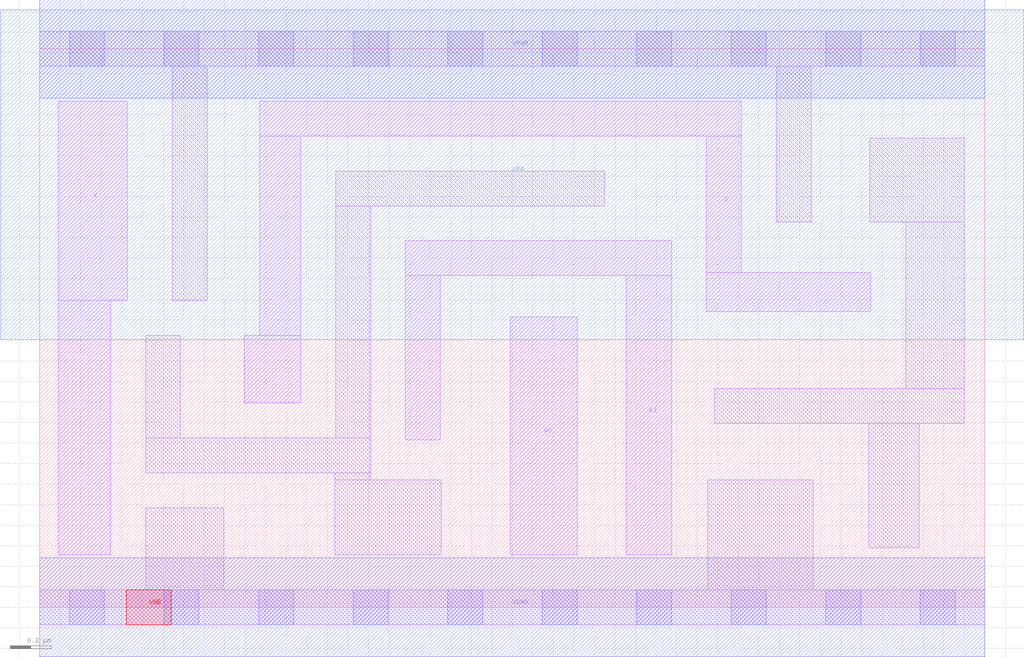
<source format=lef>
# Copyright 2020 The SkyWater PDK Authors
#
# Licensed under the Apache License, Version 2.0 (the "License");
# you may not use this file except in compliance with the License.
# You may obtain a copy of the License at
#
#     https://www.apache.org/licenses/LICENSE-2.0
#
# Unless required by applicable law or agreed to in writing, software
# distributed under the License is distributed on an "AS IS" BASIS,
# WITHOUT WARRANTIES OR CONDITIONS OF ANY KIND, either express or implied.
# See the License for the specific language governing permissions and
# limitations under the License.
#
# SPDX-License-Identifier: Apache-2.0

VERSION 5.7 ;
  NOWIREEXTENSIONATPIN ON ;
  DIVIDERCHAR "/" ;
  BUSBITCHARS "[]" ;
PROPERTYDEFINITIONS
  MACRO maskLayoutSubType STRING ;
  MACRO prCellType STRING ;
  MACRO originalViewName STRING ;
END PROPERTYDEFINITIONS
MACRO sky130_fd_sc_hdll__mux2_1
  CLASS CORE ;
  FOREIGN sky130_fd_sc_hdll__mux2_1 ;
  ORIGIN  0.000000  0.000000 ;
  SIZE  4.600000 BY  2.720000 ;
  SYMMETRY X Y R90 ;
  SITE unithd ;
  PIN A0
    ANTENNAGATEAREA  0.138600 ;
    DIRECTION INPUT ;
    USE SIGNAL ;
    PORT
      LAYER li1 ;
        RECT 2.290000 0.255000 2.615000 1.415000 ;
    END
  END A0
  PIN A1
    ANTENNAGATEAREA  0.138600 ;
    DIRECTION INPUT ;
    USE SIGNAL ;
    PORT
      LAYER li1 ;
        RECT 1.780000 0.815000 1.950000 1.615000 ;
        RECT 1.780000 1.615000 3.075000 1.785000 ;
        RECT 2.855000 0.255000 3.075000 1.615000 ;
    END
  END A1
  PIN S
    ANTENNAGATEAREA  0.277200 ;
    DIRECTION INPUT ;
    USE SIGNAL ;
    PORT
      LAYER li1 ;
        RECT 0.995000 0.995000 1.270000 1.325000 ;
        RECT 1.070000 1.325000 1.270000 2.295000 ;
        RECT 1.070000 2.295000 3.415000 2.465000 ;
        RECT 3.245000 1.440000 4.045000 1.630000 ;
        RECT 3.245000 1.630000 3.415000 2.295000 ;
    END
  END S
  PIN VNB
    PORT
      LAYER pwell ;
        RECT 0.420000 -0.085000 0.640000 0.085000 ;
    END
  END VNB
  PIN VPB
    PORT
      LAYER nwell ;
        RECT -0.190000 1.305000 4.790000 2.910000 ;
    END
  END VPB
  PIN X
    ANTENNADIFFAREA  0.439000 ;
    DIRECTION OUTPUT ;
    USE SIGNAL ;
    PORT
      LAYER li1 ;
        RECT 0.090000 0.255000 0.345000 1.495000 ;
        RECT 0.090000 1.495000 0.425000 2.465000 ;
    END
  END X
  PIN VGND
    DIRECTION INOUT ;
    USE GROUND ;
    PORT
      LAYER met1 ;
        RECT 0.000000 -0.240000 4.600000 0.240000 ;
    END
  END VGND
  PIN VPWR
    DIRECTION INOUT ;
    USE POWER ;
    PORT
      LAYER met1 ;
        RECT 0.000000 2.480000 4.600000 2.960000 ;
    END
  END VPWR
  OBS
    LAYER li1 ;
      RECT 0.000000 -0.085000 4.600000 0.085000 ;
      RECT 0.000000  2.635000 4.600000 2.805000 ;
      RECT 0.515000  0.085000 0.895000 0.485000 ;
      RECT 0.515000  0.655000 1.610000 0.825000 ;
      RECT 0.515000  0.825000 0.685000 1.325000 ;
      RECT 0.645000  1.495000 0.815000 2.635000 ;
      RECT 1.435000  0.255000 1.955000 0.620000 ;
      RECT 1.435000  0.620000 1.610000 0.655000 ;
      RECT 1.440000  0.825000 1.610000 1.955000 ;
      RECT 1.440000  1.955000 2.750000 2.125000 ;
      RECT 3.250000  0.085000 3.765000 0.620000 ;
      RECT 3.285000  0.895000 4.500000 1.065000 ;
      RECT 3.585000  1.875000 3.755000 2.635000 ;
      RECT 4.035000  0.290000 4.280000 0.895000 ;
      RECT 4.040000  1.875000 4.500000 2.285000 ;
      RECT 4.215000  1.065000 4.500000 1.875000 ;
    LAYER mcon ;
      RECT 0.145000 -0.085000 0.315000 0.085000 ;
      RECT 0.145000  2.635000 0.315000 2.805000 ;
      RECT 0.605000 -0.085000 0.775000 0.085000 ;
      RECT 0.605000  2.635000 0.775000 2.805000 ;
      RECT 1.065000 -0.085000 1.235000 0.085000 ;
      RECT 1.065000  2.635000 1.235000 2.805000 ;
      RECT 1.525000 -0.085000 1.695000 0.085000 ;
      RECT 1.525000  2.635000 1.695000 2.805000 ;
      RECT 1.985000 -0.085000 2.155000 0.085000 ;
      RECT 1.985000  2.635000 2.155000 2.805000 ;
      RECT 2.445000 -0.085000 2.615000 0.085000 ;
      RECT 2.445000  2.635000 2.615000 2.805000 ;
      RECT 2.905000 -0.085000 3.075000 0.085000 ;
      RECT 2.905000  2.635000 3.075000 2.805000 ;
      RECT 3.365000 -0.085000 3.535000 0.085000 ;
      RECT 3.365000  2.635000 3.535000 2.805000 ;
      RECT 3.825000 -0.085000 3.995000 0.085000 ;
      RECT 3.825000  2.635000 3.995000 2.805000 ;
      RECT 4.285000 -0.085000 4.455000 0.085000 ;
      RECT 4.285000  2.635000 4.455000 2.805000 ;
  END
  PROPERTY maskLayoutSubType "abstract" ;
  PROPERTY prCellType "standard" ;
  PROPERTY originalViewName "layout" ;
END sky130_fd_sc_hdll__mux2_1
END LIBRARY

</source>
